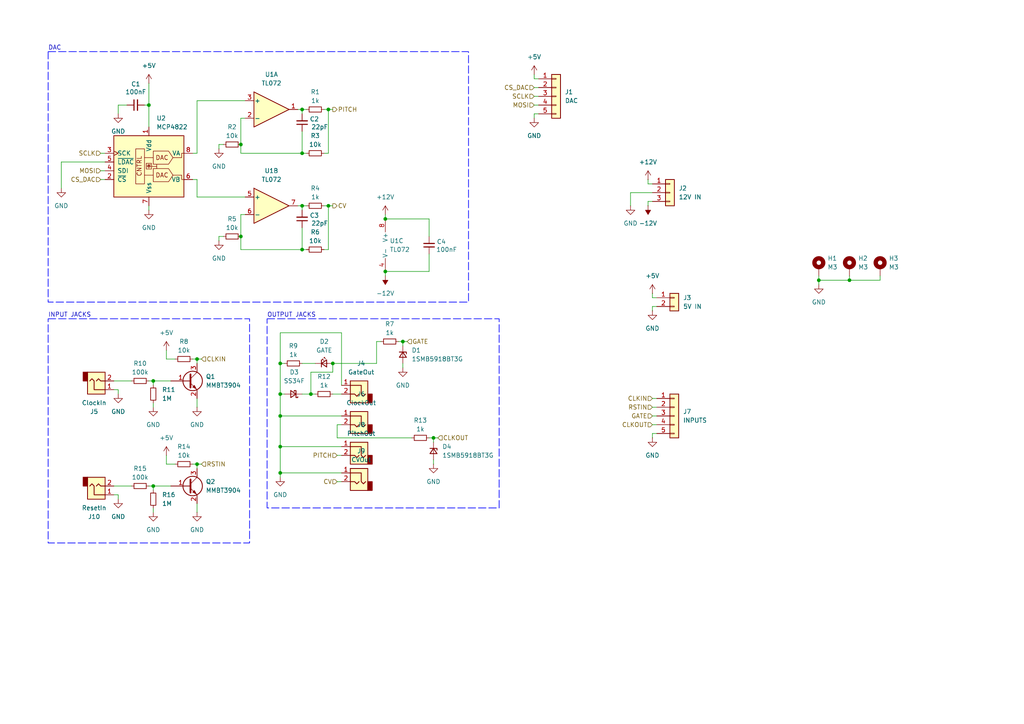
<source format=kicad_sch>
(kicad_sch (version 20231120) (generator "eeschema") (generator_version "8.0")
  (paper "A4")
  (lib_symbols
    (symbol "Amplifier_Operational:TL072" (pin_names (offset 0.127))
      (property "Reference" "U" (at 0 5.08 0))
      (property "Value" "TL072" (at 0 -5.08 0))
      (symbol "TL072_1_1"
        (polyline (pts (xy -5.08 5.08) (xy 5.08 0) (xy -5.08 -5.08) (xy -5.08 5.08)) (stroke (width 0.254)) (fill (type background)))
        (pin output line (at 7.62 0 180) (length 2.54) (name "~") (number "1"))
        (pin input line (at -7.62 -2.54 0) (length 2.54) (name "-") (number "2"))
        (pin input line (at -7.62 2.54 0) (length 2.54) (name "+") (number "3"))
      )
      (symbol "TL072_2_1"
        (polyline (pts (xy -5.08 5.08) (xy 5.08 0) (xy -5.08 -5.08) (xy -5.08 5.08)) (stroke (width 0.254)) (fill (type background)))
        (pin input line (at -7.62 2.54 0) (length 2.54) (name "+") (number "5"))
        (pin input line (at -7.62 -2.54 0) (length 2.54) (name "-") (number "6"))
        (pin output line (at 7.62 0 180) (length 2.54) (name "~") (number "7"))
      )
      (symbol "TL072_3_1"
        (pin power_in line (at -2.54 -7.62 90) (length 3.81) (name "V-") (number "4"))
        (pin power_in line (at -2.54 7.62 270) (length 3.81) (name "V+") (number "8"))
      )
    )
    (symbol "Analog_DAC:MCP4822" (pin_names (offset 1.016))
      (property "Reference" "U" (at -2.54 10.795 0))
      (property "Value" "MCP4822" (at -2.54 8.89 0))
      (symbol "MCP4822_0_0"
        (polyline (pts (xy 0 -1.778) (xy 0 -0.635)))
        (polyline (pts (xy 0.381 -0.889) (xy 0.508 -0.762)))
        (polyline (pts (xy 2.286 -1.143) (xy 2.286 -1.905)))
        (polyline (pts (xy 0.381 -0.889) (xy -0.381 -0.889) (xy -0.508 -1.016)))
        (polyline (pts (xy 0.762 -1.27) (xy 2.286 -1.27) (xy 2.286 -0.762)))
        (polyline (pts (xy 0 -0.889) (xy 0.508 -1.397) (xy -0.508 -1.397) (xy 0 -0.889)))
        (polyline (pts (xy 6.985 -3.81) (xy 9.525 -3.81) (xy 9.525 -5.08) (xy 10.16 -5.08)))
        (polyline (pts (xy 6.985 1.27) (xy 9.525 1.27) (xy 9.525 2.54) (xy 10.16 2.54)))
        (rectangle (start 0.762 -0.381) (end -0.762 -2.032))
        (text "CNTRL" (at -2.032 -4.191 900) (effects (font (size 1.27 1.27)) (justify left bottom)))
        (text "DAC" (at 3.81 -3.81 0) (effects (font (size 1.27 1.27))))
        (text "DAC" (at 3.81 1.27 0) (effects (font (size 1.27 1.27))))
      )
      (symbol "MCP4822_0_1"
        (rectangle (start -10.16 7.62) (end 10.16 -10.16) (stroke (width 0.254)) (fill (type background)))
        (rectangle (start -1.27 -6.35) (end -3.81 3.81))
        (polyline (pts (xy 1.27 -3.81) (xy -1.27 -3.81)))
        (polyline (pts (xy 1.27 1.27) (xy -1.27 1.27)))
        (polyline (pts (xy 6.985 -3.81) (xy 5.715 -1.905) (xy 1.27 -1.905) (xy 1.27 -5.715) (xy 5.715 -5.715) (xy 6.985 -3.81)))
        (polyline (pts (xy 6.985 1.27) (xy 5.715 3.175) (xy 1.27 3.175) (xy 1.27 -0.635) (xy 5.715 -0.635) (xy 6.985 1.27)))
      )
      (symbol "MCP4822_1_1"
        (pin power_in line (at 0 10.16 270) (length 2.54) (name "Vdd") (number "1"))
        (pin input line (at -12.7 -5.08 0) (length 2.54) (name "~{CS}") (number "2"))
        (pin input clock (at -12.7 2.54 0) (length 2.54) (name "SCK") (number "3"))
        (pin input line (at -12.7 -2.54 0) (length 2.54) (name "SDI") (number "4"))
        (pin input line (at -12.7 0 0) (length 2.54) (name "~{LDAC}") (number "5"))
        (pin output line (at 12.7 -5.08 180) (length 2.54) (name "VB") (number "6"))
        (pin power_in line (at 0 -12.7 90) (length 2.54) (name "Vss") (number "7"))
        (pin output line (at 12.7 2.54 180) (length 2.54) (name "VA") (number "8"))
      )
    )
    (symbol "Connector_Generic:Conn_01x02" (pin_names (offset 1.016) hide)
      (property "Reference" "J" (at 0 2.54 0))
      (property "Value" "Conn_01x02" (at 0 -5.08 0))
      (symbol "Conn_01x02_1_1"
        (rectangle (start -1.27 -2.413) (end 0 -2.667) (stroke (width 0.1524)))
        (rectangle (start -1.27 0.127) (end 0 -0.127) (stroke (width 0.1524)))
        (rectangle (start -1.27 1.27) (end 1.27 -3.81) (stroke (width 0.254)) (fill (type background)))
        (pin passive line (at -5.08 0 0) (length 3.81) (name "Pin_1") (number "1"))
        (pin passive line (at -5.08 -2.54 0) (length 3.81) (name "Pin_2") (number "2"))
      )
    )
    (symbol "Connector_Generic:Conn_01x03" (pin_names (offset 1.016) hide)
      (property "Reference" "J" (at 0 5.08 0))
      (property "Value" "Conn_01x03" (at 0 -5.08 0))
      (symbol "Conn_01x03_1_1"
        (rectangle (start -1.27 -2.413) (end 0 -2.667) (stroke (width 0.1524)))
        (rectangle (start -1.27 0.127) (end 0 -0.127) (stroke (width 0.1524)))
        (rectangle (start -1.27 2.667) (end 0 2.413) (stroke (width 0.1524)))
        (rectangle (start -1.27 3.81) (end 1.27 -3.81) (stroke (width 0.254)) (fill (type background)))
        (pin passive line (at -5.08 2.54 0) (length 3.81) (name "Pin_1") (number "1"))
        (pin passive line (at -5.08 0 0) (length 3.81) (name "Pin_2") (number "2"))
        (pin passive line (at -5.08 -2.54 0) (length 3.81) (name "Pin_3") (number "3"))
      )
    )
    (symbol "Connector_Generic:Conn_01x05" (pin_names (offset 1.016) hide)
      (property "Reference" "J" (at 0 7.62 0))
      (property "Value" "Conn_01x05" (at 0 -7.62 0))
      (symbol "Conn_01x05_1_1"
        (rectangle (start -1.27 -4.953) (end 0 -5.207) (stroke (width 0.1524)))
        (rectangle (start -1.27 -2.413) (end 0 -2.667) (stroke (width 0.1524)))
        (rectangle (start -1.27 0.127) (end 0 -0.127) (stroke (width 0.1524)))
        (rectangle (start -1.27 2.667) (end 0 2.413) (stroke (width 0.1524)))
        (rectangle (start -1.27 5.207) (end 0 4.953) (stroke (width 0.1524)))
        (rectangle (start -1.27 6.35) (end 1.27 -6.35) (stroke (width 0.254)) (fill (type background)))
        (pin passive line (at -5.08 5.08 0) (length 3.81) (name "Pin_1") (number "1"))
        (pin passive line (at -5.08 2.54 0) (length 3.81) (name "Pin_2") (number "2"))
        (pin passive line (at -5.08 0 0) (length 3.81) (name "Pin_3") (number "3"))
        (pin passive line (at -5.08 -2.54 0) (length 3.81) (name "Pin_4") (number "4"))
        (pin passive line (at -5.08 -5.08 0) (length 3.81) (name "Pin_5") (number "5"))
      )
    )
    (symbol "Device:C_Small" (pin_numbers hide) (pin_names (offset 0.254) hide)
      (property "Reference" "C" (at 0.254 1.778 0))
      (property "Value" "C_Small" (at 0.254 -2.032 0))
      (symbol "C_Small_0_1"
        (polyline (pts (xy -1.524 -0.508) (xy 1.524 -0.508)) (stroke (width 0.3302)))
        (polyline (pts (xy -1.524 0.508) (xy 1.524 0.508)) (stroke (width 0.3048)))
      )
      (symbol "C_Small_1_1"
        (pin passive line (at 0 2.54 270) (length 2.032) (name "~") (number "1"))
        (pin passive line (at 0 -2.54 90) (length 2.032) (name "~") (number "2"))
      )
    )
    (symbol "Device:D_Schottky_Small" (pin_numbers hide) (pin_names (offset 0.254) hide)
      (property "Reference" "D" (at -1.27 2.032 0))
      (property "Value" "D_Schottky_Small" (at -7.112 -2.032 0))
      (symbol "D_Schottky_Small_0_1"
        (polyline (pts (xy -0.762 0) (xy 0.762 0)))
        (polyline (pts (xy 0.762 -1.016) (xy -0.762 0) (xy 0.762 1.016) (xy 0.762 -1.016)) (stroke (width 0.254)))
        (polyline (pts (xy -1.27 0.762) (xy -1.27 1.016) (xy -0.762 1.016) (xy -0.762 -1.016) (xy -0.254 -1.016) (xy -0.254 -0.762)) (stroke (width 0.254)))
      )
      (symbol "D_Schottky_Small_1_1"
        (pin passive line (at -2.54 0 0) (length 1.778) (name "K") (number "1"))
        (pin passive line (at 2.54 0 180) (length 1.778) (name "A") (number "2"))
      )
    )
    (symbol "Device:D_Zener_Small" (pin_numbers hide) (pin_names (offset 0.254) hide)
      (property "Reference" "D" (at 0 2.286 0))
      (property "Value" "D_Zener_Small" (at 0 -2.286 0))
      (symbol "D_Zener_Small_0_1"
        (polyline (pts (xy 0.762 0) (xy -0.762 0)))
        (polyline (pts (xy -0.254 1.016) (xy -0.762 1.016) (xy -0.762 -1.016)) (stroke (width 0.254)))
        (polyline (pts (xy 0.762 1.016) (xy -0.762 0) (xy 0.762 -1.016) (xy 0.762 1.016)) (stroke (width 0.254)))
      )
      (symbol "D_Zener_Small_1_1"
        (pin passive line (at -2.54 0 0) (length 1.778) (name "K") (number "1"))
        (pin passive line (at 2.54 0 180) (length 1.778) (name "A") (number "2"))
      )
    )
    (symbol "Device:LED_Small" (pin_numbers hide) (pin_names (offset 0.254) hide)
      (property "Reference" "D" (at -1.27 3.175 0))
      (property "Value" "LED_Small" (at -4.445 -2.54 0))
      (symbol "LED_Small_0_1"
        (polyline (pts (xy -0.762 -1.016) (xy -0.762 1.016)) (stroke (width 0.254)))
        (polyline (pts (xy 1.016 0) (xy -0.762 0)))
        (polyline (pts (xy 0.762 -1.016) (xy -0.762 0) (xy 0.762 1.016) (xy 0.762 -1.016)) (stroke (width 0.254)))
        (polyline (pts (xy 0 0.762) (xy -0.508 1.27) (xy -0.254 1.27) (xy -0.508 1.27) (xy -0.508 1.016)))
        (polyline (pts (xy 0.508 1.27) (xy 0 1.778) (xy 0.254 1.778) (xy 0 1.778) (xy 0 1.524)))
      )
      (symbol "LED_Small_1_1"
        (pin passive line (at -2.54 0 0) (length 1.778) (name "K") (number "1"))
        (pin passive line (at 2.54 0 180) (length 1.778) (name "A") (number "2"))
      )
    )
    (symbol "Device:R_Small" (pin_numbers hide) (pin_names (offset 0.254) hide)
      (property "Reference" "R" (at 0.762 0.508 0))
      (property "Value" "R_Small" (at 0.762 -1.016 0))
      (symbol "R_Small_0_1"
        (rectangle (start -0.762 1.778) (end 0.762 -1.778) (stroke (width 0.2032)))
      )
      (symbol "R_Small_1_1"
        (pin passive line (at 0 2.54 270) (length 0.762) (name "~") (number "1"))
        (pin passive line (at 0 -2.54 90) (length 0.762) (name "~") (number "2"))
      )
    )
    (symbol "Mechanical:MountingHole_Pad" (pin_numbers hide) (pin_names (offset 1.016) hide) (exclude_from_sim yes) (in_bom no)
      (property "Reference" "H" (at 0 6.35 0))
      (property "Value" "MountingHole_Pad" (at 0 4.445 0))
      (symbol "MountingHole_Pad_0_1"
        (circle (center 0 1.27) (radius 1.27) (stroke (width 1.27)))
      )
      (symbol "MountingHole_Pad_1_1"
        (pin input line (at 0 -2.54 90) (length 2.54) (name "1") (number "1"))
      )
    )
    (symbol "Transistor_BJT:MMBT3904" (pin_names (offset 0) hide)
      (property "Reference" "Q" (at 5.08 1.905 0))
      (property "Value" "MMBT3904" (at 5.08 0 0))
      (symbol "MMBT3904_0_1"
        (polyline (pts (xy 0.635 0.635) (xy 2.54 2.54)))
        (polyline (pts (xy 0.635 -0.635) (xy 2.54 -2.54) (xy 2.54 -2.54)))
        (polyline (pts (xy 0.635 1.905) (xy 0.635 -1.905) (xy 0.635 -1.905)) (stroke (width 0.508)))
        (polyline (pts (xy 1.27 -1.778) (xy 1.778 -1.27) (xy 2.286 -2.286) (xy 1.27 -1.778) (xy 1.27 -1.778)) (fill (type outline)))
        (circle (center 1.27 0) (radius 2.8194) (stroke (width 0.254)))
      )
      (symbol "MMBT3904_1_1"
        (pin input line (at -5.08 0 0) (length 5.715) (name "B") (number "1"))
        (pin passive line (at 2.54 -5.08 90) (length 2.54) (name "E") (number "2"))
        (pin passive line (at 2.54 5.08 270) (length 2.54) (name "C") (number "3"))
      )
    )
    (symbol "audioJack_pinHeader:audioJack_pinHeader"
      (property "Reference" "J" (at 0 5.334 0))
      (property "Value" "audioJack" (at 0 3.048 0))
      (symbol "audioJack_pinHeader_0_1"
        (rectangle (start -3.81 -2.54) (end -2.54 -5.08) (stroke (width 0.254)) (fill (type outline)))
        (rectangle (start -2.54 1.27) (end 2.54 -5.08) (stroke (width 0.254)) (fill (type background)))
        (polyline (pts (xy 0 -2.54) (xy 0.635 -3.175) (xy 1.27 -2.54) (xy 2.54 -2.54)) (stroke (width 0.254)))
        (polyline (pts (xy 2.54 0) (xy -0.635 0) (xy -0.635 -2.54) (xy -1.27 -3.175) (xy -1.905 -2.54)) (stroke (width 0.254)))
      )
      (symbol "audioJack_pinHeader_1_1"
        (pin passive line (at 5.08 0 180) (length 2.54) (name "~") (number "1"))
        (pin passive line (at 5.08 -2.54 180) (length 2.54) (name "~") (number "2"))
      )
    )
    (symbol "power:+12V" (power) (pin_numbers hide) (pin_names (offset 0) hide)
      (property "Value" "+12V" (at 0 3.556 0))
      (symbol "+12V_0_1"
        (polyline (pts (xy -0.762 1.27) (xy 0 2.54)))
        (polyline (pts (xy 0 0) (xy 0 2.54)))
        (polyline (pts (xy 0 2.54) (xy 0.762 1.27)))
      )
      (symbol "+12V_1_1"
        (pin power_in line (at 0 0 90) (length 0) (name "~") (number "1"))
      )
    )
    (symbol "power:+5V" (power) (pin_numbers hide) (pin_names (offset 0) hide)
      (property "Value" "+5V" (at 0 3.556 0))
      (symbol "+5V_0_1"
        (polyline (pts (xy -0.762 1.27) (xy 0 2.54)))
        (polyline (pts (xy 0 0) (xy 0 2.54)))
        (polyline (pts (xy 0 2.54) (xy 0.762 1.27)))
      )
      (symbol "+5V_1_1"
        (pin power_in line (at 0 0 90) (length 0) (name "~") (number "1"))
      )
    )
    (symbol "power:-12V" (power) (pin_numbers hide) (pin_names (offset 0) hide)
      (property "Value" "-12V" (at 0 3.556 0))
      (symbol "-12V_0_0"
        (pin power_in line (at 0 0 90) (length 0) (name "~") (number "1"))
      )
      (symbol "-12V_0_1"
        (polyline (pts (xy 0 0) (xy 0 1.27) (xy 0.762 1.27) (xy 0 2.54) (xy -0.762 1.27) (xy 0 1.27)) (fill (type outline)))
      )
    )
    (symbol "power:GND" (power) (pin_numbers hide) (pin_names (offset 0) hide)
      (property "Value" "GND" (at 0 -3.81 0))
      (symbol "GND_0_1"
        (polyline (pts (xy 0 0) (xy 0 -1.27) (xy 1.27 -1.27) (xy 0 -2.54) (xy -1.27 -1.27) (xy 0 -1.27)))
      )
      (symbol "GND_1_1"
        (pin power_in line (at 0 0 270) (length 0) (name "~") (number "1"))
      )
    )
  )
  (junction (at 81.28 114.3))
  (junction (at 95.25 31.75))
  (junction (at 81.28 129.54))
  (junction (at 87.63 44.45))
  (junction (at 90.17 114.3))
  (junction (at 95.25 59.69))
  (junction (at 81.28 105.41))
  (junction (at 125.73 127))
  (junction (at 43.18 30.48))
  (junction (at 69.85 68.58))
  (junction (at 81.28 120.65))
  (junction (at 57.15 134.62))
  (junction (at 237.49 81.28))
  (junction (at 69.85 41.91))
  (junction (at 111.76 78.74))
  (junction (at 116.84 99.06))
  (junction (at 57.15 104.14))
  (junction (at 87.63 31.75))
  (junction (at 246.38 81.28))
  (junction (at 44.45 140.97))
  (junction (at 81.28 137.16))
  (junction (at 111.76 63.5))
  (junction (at 87.63 59.69))
  (junction (at 87.63 72.39))
  (junction (at 96.52 105.41))
  (junction (at 44.45 110.49))
  (wire (pts (xy 187.96 53.34) (xy 187.96 52.07)))
  (wire (pts (xy 63.5 68.58) (xy 64.77 68.58)))
  (wire (pts (xy 81.28 129.54) (xy 81.28 120.65)))
  (wire (pts (xy 29.21 44.45) (xy 30.48 44.45)))
  (wire (pts (xy 95.25 72.39) (xy 95.25 59.69)))
  (wire (pts (xy 55.88 104.14) (xy 57.15 104.14)))
  (wire (pts (xy 237.49 81.28) (xy 246.38 81.28)))
  (wire (pts (xy 30.48 46.99) (xy 17.78 46.99)))
  (wire (pts (xy 57.15 52.07) (xy 57.15 57.15)))
  (wire (pts (xy 81.28 96.52) (xy 81.28 105.41)))
  (wire (pts (xy 87.63 31.75) (xy 88.9 31.75)))
  (wire (pts (xy 190.5 86.36) (xy 189.23 86.36)))
  (wire (pts (xy 154.94 33.02) (xy 154.94 34.29)))
  (wire (pts (xy 81.28 105.41) (xy 81.28 114.3)))
  (wire (pts (xy 43.18 59.69) (xy 43.18 60.96)))
  (wire (pts (xy 187.96 59.69) (xy 187.96 58.42)))
  (wire (pts (xy 34.29 30.48) (xy 36.83 30.48)))
  (wire (pts (xy 69.85 68.58) (xy 69.85 72.39)))
  (wire (pts (xy 93.98 31.75) (xy 95.25 31.75)))
  (wire (pts (xy 82.55 105.41) (xy 81.28 105.41)))
  (wire (pts (xy 156.21 33.02) (xy 154.94 33.02)))
  (wire (pts (xy 57.15 146.05) (xy 57.15 148.59)))
  (wire (pts (xy 124.46 73.66) (xy 124.46 78.74)))
  (wire (pts (xy 97.79 132.08) (xy 99.06 132.08)))
  (wire (pts (xy 57.15 57.15) (xy 71.12 57.15)))
  (wire (pts (xy 93.98 44.45) (xy 95.25 44.45)))
  (wire (pts (xy 97.79 123.19) (xy 97.79 127)))
  (wire (pts (xy 44.45 140.97) (xy 49.53 140.97)))
  (wire (pts (xy 111.76 62.23) (xy 111.76 63.5)))
  (wire (pts (xy 97.79 127) (xy 119.38 127)))
  (wire (pts (xy 111.76 78.74) (xy 111.76 80.01)))
  (wire (pts (xy 57.15 29.21) (xy 71.12 29.21)))
  (wire (pts (xy 48.26 104.14) (xy 50.8 104.14)))
  (wire (pts (xy 116.84 99.06) (xy 118.11 99.06)))
  (wire (pts (xy 63.5 69.85) (xy 63.5 68.58)))
  (wire (pts (xy 125.73 128.27) (xy 125.73 127)))
  (wire (pts (xy 87.63 72.39) (xy 88.9 72.39)))
  (wire (pts (xy 81.28 114.3) (xy 82.55 114.3)))
  (wire (pts (xy 189.23 86.36) (xy 189.23 85.09)))
  (wire (pts (xy 154.94 30.48) (xy 156.21 30.48)))
  (wire (pts (xy 55.88 134.62) (xy 57.15 134.62)))
  (wire (pts (xy 43.18 110.49) (xy 44.45 110.49)))
  (wire (pts (xy 34.29 143.51) (xy 34.29 144.78)))
  (wire (pts (xy 124.46 63.5) (xy 111.76 63.5)))
  (wire (pts (xy 57.15 134.62) (xy 57.15 135.89)))
  (wire (pts (xy 189.23 118.11) (xy 190.5 118.11)))
  (wire (pts (xy 99.06 129.54) (xy 81.28 129.54)))
  (wire (pts (xy 87.63 105.41) (xy 91.44 105.41)))
  (wire (pts (xy 29.21 49.53) (xy 30.48 49.53)))
  (wire (pts (xy 87.63 31.75) (xy 87.63 33.02)))
  (wire (pts (xy 97.79 139.7) (xy 99.06 139.7)))
  (wire (pts (xy 57.15 115.57) (xy 57.15 118.11)))
  (wire (pts (xy 87.63 66.04) (xy 87.63 72.39)))
  (wire (pts (xy 154.94 25.4) (xy 156.21 25.4)))
  (wire (pts (xy 189.23 123.19) (xy 190.5 123.19)))
  (wire (pts (xy 237.49 80.01) (xy 237.49 81.28)))
  (wire (pts (xy 96.52 105.41) (xy 96.52 107.95)))
  (wire (pts (xy 86.36 59.69) (xy 87.63 59.69)))
  (wire (pts (xy 99.06 111.76) (xy 99.06 96.52)))
  (wire (pts (xy 190.5 88.9) (xy 189.23 88.9)))
  (wire (pts (xy 156.21 22.86) (xy 154.94 22.86)))
  (wire (pts (xy 57.15 104.14) (xy 57.15 105.41)))
  (wire (pts (xy 125.73 133.35) (xy 125.73 134.62)))
  (wire (pts (xy 110.49 99.06) (xy 109.22 99.06)))
  (wire (pts (xy 99.06 96.52) (xy 81.28 96.52)))
  (wire (pts (xy 154.94 27.94) (xy 156.21 27.94)))
  (wire (pts (xy 41.91 30.48) (xy 43.18 30.48)))
  (wire (pts (xy 87.63 38.1) (xy 87.63 44.45)))
  (wire (pts (xy 33.02 140.97) (xy 38.1 140.97)))
  (wire (pts (xy 187.96 58.42) (xy 189.23 58.42)))
  (wire (pts (xy 87.63 44.45) (xy 69.85 44.45)))
  (wire (pts (xy 48.26 132.08) (xy 48.26 134.62)))
  (wire (pts (xy 95.25 44.45) (xy 95.25 31.75)))
  (wire (pts (xy 246.38 81.28) (xy 255.27 81.28)))
  (wire (pts (xy 87.63 59.69) (xy 87.63 60.96)))
  (wire (pts (xy 96.52 105.41) (xy 109.22 105.41)))
  (wire (pts (xy 69.85 72.39) (xy 87.63 72.39)))
  (wire (pts (xy 55.88 44.45) (xy 57.15 44.45)))
  (wire (pts (xy 81.28 120.65) (xy 81.28 114.3)))
  (wire (pts (xy 189.23 125.73) (xy 189.23 127)))
  (wire (pts (xy 124.46 68.58) (xy 124.46 63.5)))
  (wire (pts (xy 111.76 78.74) (xy 124.46 78.74)))
  (wire (pts (xy 33.02 113.03) (xy 34.29 113.03)))
  (wire (pts (xy 189.23 55.88) (xy 182.88 55.88)))
  (wire (pts (xy 71.12 62.23) (xy 69.85 62.23)))
  (wire (pts (xy 44.45 110.49) (xy 49.53 110.49)))
  (wire (pts (xy 44.45 147.32) (xy 44.45 148.59)))
  (wire (pts (xy 48.26 101.6) (xy 48.26 104.14)))
  (wire (pts (xy 96.52 114.3) (xy 99.06 114.3)))
  (wire (pts (xy 189.23 120.65) (xy 190.5 120.65)))
  (wire (pts (xy 237.49 81.28) (xy 237.49 82.55)))
  (wire (pts (xy 81.28 137.16) (xy 81.28 129.54)))
  (wire (pts (xy 48.26 134.62) (xy 50.8 134.62)))
  (wire (pts (xy 90.17 114.3) (xy 91.44 114.3)))
  (wire (pts (xy 116.84 100.33) (xy 116.84 99.06)))
  (wire (pts (xy 43.18 30.48) (xy 43.18 24.13)))
  (wire (pts (xy 43.18 30.48) (xy 43.18 36.83)))
  (wire (pts (xy 43.18 140.97) (xy 44.45 140.97)))
  (wire (pts (xy 29.21 52.07) (xy 30.48 52.07)))
  (wire (pts (xy 90.17 107.95) (xy 90.17 114.3)))
  (wire (pts (xy 189.23 88.9) (xy 189.23 90.17)))
  (wire (pts (xy 69.85 44.45) (xy 69.85 41.91)))
  (wire (pts (xy 246.38 81.28) (xy 246.38 80.01)))
  (wire (pts (xy 255.27 80.01) (xy 255.27 81.28)))
  (wire (pts (xy 182.88 55.88) (xy 182.88 59.69)))
  (wire (pts (xy 55.88 52.07) (xy 57.15 52.07)))
  (wire (pts (xy 190.5 125.73) (xy 189.23 125.73)))
  (wire (pts (xy 116.84 99.06) (xy 115.57 99.06)))
  (wire (pts (xy 69.85 62.23) (xy 69.85 68.58)))
  (wire (pts (xy 44.45 116.84) (xy 44.45 118.11)))
  (wire (pts (xy 97.79 123.19) (xy 99.06 123.19)))
  (wire (pts (xy 17.78 46.99) (xy 17.78 54.61)))
  (wire (pts (xy 125.73 127) (xy 127 127)))
  (wire (pts (xy 33.02 110.49) (xy 38.1 110.49)))
  (wire (pts (xy 86.36 31.75) (xy 87.63 31.75)))
  (wire (pts (xy 116.84 105.41) (xy 116.84 106.68)))
  (wire (pts (xy 154.94 22.86) (xy 154.94 21.59)))
  (wire (pts (xy 57.15 134.62) (xy 58.42 134.62)))
  (wire (pts (xy 34.29 33.02) (xy 34.29 30.48)))
  (wire (pts (xy 88.9 44.45) (xy 87.63 44.45)))
  (wire (pts (xy 63.5 43.18) (xy 63.5 41.91)))
  (wire (pts (xy 87.63 114.3) (xy 90.17 114.3)))
  (wire (pts (xy 63.5 41.91) (xy 64.77 41.91)))
  (wire (pts (xy 93.98 72.39) (xy 95.25 72.39)))
  (wire (pts (xy 69.85 34.29) (xy 71.12 34.29)))
  (wire (pts (xy 93.98 59.69) (xy 95.25 59.69)))
  (wire (pts (xy 99.06 137.16) (xy 81.28 137.16)))
  (wire (pts (xy 125.73 127) (xy 124.46 127)))
  (wire (pts (xy 189.23 115.57) (xy 190.5 115.57)))
  (wire (pts (xy 109.22 99.06) (xy 109.22 105.41)))
  (wire (pts (xy 96.52 107.95) (xy 90.17 107.95)))
  (wire (pts (xy 69.85 41.91) (xy 69.85 34.29)))
  (wire (pts (xy 33.02 143.51) (xy 34.29 143.51)))
  (wire (pts (xy 99.06 120.65) (xy 81.28 120.65)))
  (wire (pts (xy 189.23 53.34) (xy 187.96 53.34)))
  (wire (pts (xy 44.45 140.97) (xy 44.45 142.24)))
  (wire (pts (xy 95.25 31.75) (xy 96.52 31.75)))
  (wire (pts (xy 44.45 110.49) (xy 44.45 111.76)))
  (wire (pts (xy 57.15 44.45) (xy 57.15 29.21)))
  (wire (pts (xy 57.15 104.14) (xy 58.42 104.14)))
  (wire (pts (xy 81.28 137.16) (xy 81.28 138.43)))
  (wire (pts (xy 87.63 59.69) (xy 88.9 59.69)))
  (wire (pts (xy 95.25 59.69) (xy 96.52 59.69)))
  (wire (pts (xy 34.29 113.03) (xy 34.29 114.3)))
  (rectangle (start 77.47 92.456) (end 144.78 147.32) (stroke (width 0.2) (type dash) (color 0 0 255 1)))
  (rectangle (start 13.97 14.986) (end 135.89 87.63) (stroke (width 0.2) (type dash) (color 0 0 255 1)))
  (rectangle (start 13.97 92.456) (end 72.39 157.48) (stroke (width 0.2) (type dash) (color 0 0 255 1)))
  (text "DAC" (at 13.97 13.97 0) (effects (font (size 1.27 1.27)) (justify left)))
  (text "INPUT JACKS" (at 13.97 91.44 0) (effects (font (size 1.27 1.27)) (justify left)))
  (text "OUTPUT JACKS" (at 77.47 91.44 0) (effects (font (size 1.27 1.27)) (justify left)))
  (hierarchical_label "MOSI" (shape input) (at 154.94 30.48 180))
  (hierarchical_label "PITCH" (shape input) (at 97.79 132.08 180))
  (hierarchical_label "CS_DAC" (shape input) (at 154.94 25.4 180))
  (hierarchical_label "CLKIN" (shape input) (at 189.23 115.57 180))
  (hierarchical_label "CV" (shape input) (at 97.79 139.7 180))
  (hierarchical_label "GATE" (shape input) (at 118.11 99.06 0))
  (hierarchical_label "CV" (shape output) (at 96.52 59.69 0))
  (hierarchical_label "SCLK" (shape input) (at 154.94 27.94 180))
  (hierarchical_label "CLKOUT" (shape input) (at 189.23 123.19 180))
  (hierarchical_label "MOSI" (shape input) (at 29.21 49.53 180))
  (hierarchical_label "CLKIN" (shape input) (at 58.42 104.14 0))
  (hierarchical_label "GATE" (shape input) (at 189.23 120.65 180))
  (hierarchical_label "PITCH" (shape output) (at 96.52 31.75 0))
  (hierarchical_label "SCLK" (shape input) (at 29.21 44.45 180))
  (hierarchical_label "CLKOUT" (shape input) (at 127 127 0))
  (hierarchical_label "RSTIN" (shape input) (at 58.42 134.62 0))
  (hierarchical_label "CS_DAC" (shape input) (at 29.21 52.07 180))
  (hierarchical_label "RSTIN" (shape input) (at 189.23 118.11 180))
  (symbol (lib_id "Device:D_Schottky_Small") (at 85.09 114.3 180) (unit 1)
    (property "Reference" "D3" (at 85.344 107.95 0))
    (property "Value" "SS34F" (at 85.344 110.49 0))
    (property "Footprint" "Diode_SMD:D_SMA_Handsoldering" (effects (hide yes)))
    (property "Description" "Schottky diode, small symbol" (effects (hide yes)))
  )
  (symbol (lib_id "Device:R_Small") (at 67.31 41.91 90) (unit 1)
    (property "Reference" "R2" (at 67.31 36.83 90))
    (property "Value" "10k" (at 67.31 39.37 90))
    (property "Footprint" "Resistor_SMD:R_0603_1608Metric_Pad0.98x0.95mm_HandSolder" (effects (hide yes)))
    (property "Description" "Resistor, small symbol" (effects (hide yes)))
  )
  (symbol (lib_id "Transistor_BJT:MMBT3904") (at 54.61 110.49 0) (unit 1)
    (property "Reference" "Q1" (at 59.69 109.2199 0) (effects (justify left)))
    (property "Value" "MMBT3904" (at 59.69 111.7599 0) (effects (justify left)))
    (property "Footprint" "Package_TO_SOT_SMD:SOT-23" (effects (hide yes)))
    (property "Datasheet" "https://www.onsemi.com/pdf/datasheet/pzt3904-d.pdf" (effects (hide yes)))
    (property "Description" "0.2A Ic, 40V Vce, Small Signal NPN Transistor, SOT-23" (effects (hide yes)))
  )
  (symbol (lib_id "power:GND") (at 189.23 90.17 0) (unit 1)
    (property "Reference" "#PWR016" (effects (hide yes)))
    (property "Value" "GND" (at 189.23 95.25 0))
    (property "Description" "Power symbol creates a global label with name \"GND\" , ground" (effects (hide yes)))
  )
  (symbol (lib_id "Connector_Generic:Conn_01x02") (at 195.58 86.36 0) (unit 1)
    (property "Reference" "J3" (at 198.12 86.3599 0) (effects (justify left)))
    (property "Value" "5V IN" (at 198.12 88.8999 0) (effects (justify left)))
    (property "Footprint" "Connector_PinHeader_2.54mm:PinHeader_1x02_P2.54mm_Vertical" (effects (hide yes)))
    (property "Description" "Generic connector, single row, 01x02, script generated (kicad-library-utils/schlib/autogen/connector/)" (effects (hide yes)))
  )
  (symbol (lib_id "Device:R_Small") (at 53.34 104.14 270) (unit 1)
    (property "Reference" "R8" (at 53.34 99.06 90))
    (property "Value" "10k" (at 53.34 101.6 90))
    (property "Footprint" "Resistor_SMD:R_0603_1608Metric_Pad0.98x0.95mm_HandSolder" (effects (hide yes)))
    (property "Description" "Resistor, small symbol" (effects (hide yes)))
  )
  (symbol (lib_id "Device:R_Small") (at 91.44 59.69 90) (unit 1)
    (property "Reference" "R4" (at 91.44 54.61 90))
    (property "Value" "1k" (at 91.44 57.15 90))
    (property "Footprint" "Resistor_SMD:R_0603_1608Metric_Pad0.98x0.95mm_HandSolder" (effects (hide yes)))
    (property "Description" "Resistor, small symbol" (effects (hide yes)))
  )
  (symbol (lib_id "Device:R_Small") (at 121.92 127 90) (unit 1)
    (property "Reference" "R13" (at 121.92 121.92 90))
    (property "Value" "1k" (at 121.92 124.46 90))
    (property "Footprint" "Resistor_SMD:R_0603_1608Metric_Pad0.98x0.95mm_HandSolder" (effects (hide yes)))
    (property "Description" "Resistor, small symbol" (effects (hide yes)))
  )
  (symbol (lib_id "power:+12V") (at 111.76 62.23 0) (unit 1)
    (property "Reference" "#PWR011" (effects (hide yes)))
    (property "Value" "+12V" (at 111.76 57.15 0))
    (property "Description" "Power symbol creates a global label with name \"+12V\"" (effects (hide yes)))
  )
  (symbol (lib_id "audioJack_pinHeader:audioJack_pinHeader") (at 104.14 129.54 0) (mirror y) (unit 1)
    (property "Reference" "J8" (at 104.775 123.19 0))
    (property "Value" "PitchOut" (at 104.775 125.73 0))
    (property "Footprint" "Connector_PinHeader_2.54mm:PinHeader_1x02_P2.54mm_Vertical" (effects (hide yes)))
  )
  (symbol (lib_id "power:GND") (at 57.15 118.11 0) (unit 1)
    (property "Reference" "#PWR021" (effects (hide yes)))
    (property "Value" "GND" (at 57.15 123.19 0))
    (property "Description" "Power symbol creates a global label with name \"GND\" , ground" (effects (hide yes)))
  )
  (symbol (lib_id "Device:LED_Small") (at 93.98 105.41 0) (unit 1)
    (property "Reference" "D2" (at 94.0435 99.06 0))
    (property "Value" "GATE" (at 94.0435 101.6 0))
    (property "Footprint" "LED_THT:LED_D3.0mm_FlatTop" (effects (hide yes)))
    (property "Description" "Light emitting diode, small symbol" (effects (hide yes)))
  )
  (symbol (lib_id "power:GND") (at 182.88 59.69 0) (unit 1)
    (property "Reference" "#PWR08" (effects (hide yes)))
    (property "Value" "GND" (at 182.88 64.77 0))
    (property "Description" "Power symbol creates a global label with name \"GND\" , ground" (effects (hide yes)))
  )
  (symbol (lib_id "Device:R_Small") (at 91.44 44.45 90) (unit 1)
    (property "Reference" "R3" (at 91.44 39.37 90))
    (property "Value" "10k" (at 91.44 41.91 90))
    (property "Footprint" "Resistor_SMD:R_0603_1608Metric_Pad0.98x0.95mm_HandSolder" (effects (hide yes)))
    (property "Description" "Resistor, small symbol" (effects (hide yes)))
  )
  (symbol (lib_id "power:GND") (at 34.29 144.78 0) (unit 1)
    (property "Reference" "#PWR026" (effects (hide yes)))
    (property "Value" "GND" (at 34.29 149.86 0))
    (property "Description" "Power symbol creates a global label with name \"GND\" , ground" (effects (hide yes)))
  )
  (symbol (lib_id "audioJack_pinHeader:audioJack_pinHeader") (at 104.14 137.16 0) (mirror y) (unit 1)
    (property "Reference" "J9" (at 104.775 130.81 0))
    (property "Value" "CVOut" (at 104.775 133.35 0))
    (property "Footprint" "Connector_PinHeader_2.54mm:PinHeader_1x02_P2.54mm_Vertical" (effects (hide yes)))
  )
  (symbol (lib_id "Device:C_Small") (at 39.37 30.48 90) (unit 1)
    (property "Reference" "C1" (at 39.37 24.384 90))
    (property "Value" "100nF" (at 39.3763 26.67 90))
    (property "Footprint" "Capacitor_SMD:C_0603_1608Metric_Pad1.08x0.95mm_HandSolder" (effects (hide yes)))
    (property "Description" "Unpolarized capacitor, small symbol" (effects (hide yes)))
  )
  (symbol (lib_id "audioJack_pinHeader:audioJack_pinHeader") (at 27.94 113.03 0) (mirror x) (unit 1)
    (property "Reference" "J5" (at 27.305 119.38 0))
    (property "Value" "ClockIn" (at 27.305 116.84 0))
    (property "Footprint" "Connector_PinHeader_2.54mm:PinHeader_1x02_P2.54mm_Vertical" (effects (hide yes)))
  )
  (symbol (lib_id "Amplifier_Operational:TL072") (at 78.74 59.69 0) (unit 2)
    (property "Reference" "U1" (at 78.74 49.53 0))
    (property "Value" "TL072" (at 78.74 52.07 0))
    (property "Footprint" "Package_DIP:DIP-8_W7.62mm_LongPads" (effects (hide yes)))
    (property "Datasheet" "http://www.ti.com/lit/ds/symlink/tl071.pdf" (effects (hide yes)))
    (property "Description" "Dual Low-Noise JFET-Input Operational Amplifiers, DIP-8/SOIC-8" (effects (hide yes)))
  )
  (symbol (lib_id "Connector_Generic:Conn_01x03") (at 194.31 55.88 0) (unit 1)
    (property "Reference" "J2" (at 196.85 54.6099 0) (effects (justify left)))
    (property "Value" "12V IN" (at 196.85 57.1499 0) (effects (justify left)))
    (property "Footprint" "Connector_PinHeader_2.54mm:PinHeader_1x03_P2.54mm_Vertical" (effects (hide yes)))
    (property "Description" "Generic connector, single row, 01x03, script generated (kicad-library-utils/schlib/autogen/connector/)" (effects (hide yes)))
  )
  (symbol (lib_id "Device:R_Small") (at 44.45 114.3 180) (unit 1)
    (property "Reference" "R11" (at 46.99 113.0299 0) (effects (justify right)))
    (property "Value" "1M" (at 46.99 115.5699 0) (effects (justify right)))
    (property "Footprint" "Resistor_SMD:R_0603_1608Metric_Pad0.98x0.95mm_HandSolder" (effects (hide yes)))
    (property "Description" "Resistor, small symbol" (effects (hide yes)))
  )
  (symbol (lib_id "Device:R_Small") (at 113.03 99.06 90) (unit 1)
    (property "Reference" "R7" (at 113.03 93.98 90))
    (property "Value" "1k" (at 113.03 96.52 90))
    (property "Footprint" "Resistor_SMD:R_0603_1608Metric_Pad0.98x0.95mm_HandSolder" (effects (hide yes)))
    (property "Description" "Resistor, small symbol" (effects (hide yes)))
  )
  (symbol (lib_id "Device:R_Small") (at 67.31 68.58 90) (unit 1)
    (property "Reference" "R5" (at 67.31 63.5 90))
    (property "Value" "10k" (at 67.31 66.04 90))
    (property "Footprint" "Resistor_SMD:R_0603_1608Metric_Pad0.98x0.95mm_HandSolder" (effects (hide yes)))
    (property "Description" "Resistor, small symbol" (effects (hide yes)))
  )
  (symbol (lib_id "Device:C_Small") (at 87.63 63.5 180) (unit 1)
    (property "Reference" "C3" (at 91.186 62.484 0))
    (property "Value" "22pF" (at 92.71 64.77 0))
    (property "Footprint" "Capacitor_SMD:C_0603_1608Metric_Pad1.08x0.95mm_HandSolder" (effects (hide yes)))
    (property "Description" "Unpolarized capacitor, small symbol" (effects (hide yes)))
  )
  (symbol (lib_id "power:GND") (at 154.94 34.29 0) (unit 1)
    (property "Reference" "#PWR04" (effects (hide yes)))
    (property "Value" "GND" (at 154.94 39.37 0))
    (property "Description" "Power symbol creates a global label with name \"GND\" , ground" (effects (hide yes)))
  )
  (symbol (lib_id "power:+5V") (at 189.23 85.09 0) (unit 1)
    (property "Reference" "#PWR015" (effects (hide yes)))
    (property "Value" "+5V" (at 189.23 80.01 0))
    (property "Description" "Power symbol creates a global label with name \"+5V\"" (effects (hide yes)))
  )
  (symbol (lib_id "Device:R_Small") (at 93.98 114.3 90) (unit 1)
    (property "Reference" "R12" (at 93.98 109.22 90))
    (property "Value" "1k" (at 93.98 111.76 90))
    (property "Footprint" "Resistor_SMD:R_0603_1608Metric_Pad0.98x0.95mm_HandSolder" (effects (hide yes)))
    (property "Description" "Resistor, small symbol" (effects (hide yes)))
  )
  (symbol (lib_id "power:GND") (at 63.5 69.85 0) (unit 1)
    (property "Reference" "#PWR012" (effects (hide yes)))
    (property "Value" "GND" (at 63.5 74.93 0))
    (property "Description" "Power symbol creates a global label with name \"GND\" , ground" (effects (hide yes)))
  )
  (symbol (lib_id "power:GND") (at 237.49 82.55 0) (unit 1)
    (property "Reference" "#PWR014" (effects (hide yes)))
    (property "Value" "GND" (at 237.49 87.63 0))
    (property "Description" "Power symbol creates a global label with name \"GND\" , ground" (effects (hide yes)))
  )
  (symbol (lib_id "power:GND") (at 189.23 127 0) (unit 1)
    (property "Reference" "#PWR022" (effects (hide yes)))
    (property "Value" "GND" (at 189.23 132.08 0))
    (property "Description" "Power symbol creates a global label with name \"GND\" , ground" (effects (hide yes)))
  )
  (symbol (lib_id "power:GND") (at 34.29 33.02 0) (unit 1)
    (property "Reference" "#PWR03" (effects (hide yes)))
    (property "Value" "GND" (at 34.29 38.1 0))
    (property "Description" "Power symbol creates a global label with name \"GND\" , ground" (effects (hide yes)))
  )
  (symbol (lib_id "audioJack_pinHeader:audioJack_pinHeader") (at 27.94 143.51 0) (mirror x) (unit 1)
    (property "Reference" "J10" (at 27.305 149.86 0))
    (property "Value" "ResetIn" (at 27.305 147.32 0))
    (property "Footprint" "Connector_PinHeader_2.54mm:PinHeader_1x02_P2.54mm_Vertical" (effects (hide yes)))
  )
  (symbol (lib_id "power:+5V") (at 48.26 101.6 0) (unit 1)
    (property "Reference" "#PWR017" (effects (hide yes)))
    (property "Value" "+5V" (at 48.26 96.52 0))
    (property "Description" "Power symbol creates a global label with name \"+5V\"" (effects (hide yes)))
  )
  (symbol (lib_id "power:GND") (at 57.15 148.59 0) (unit 1)
    (property "Reference" "#PWR028" (effects (hide yes)))
    (property "Value" "GND" (at 57.15 153.67 0))
    (property "Description" "Power symbol creates a global label with name \"GND\" , ground" (effects (hide yes)))
  )
  (symbol (lib_id "power:GND") (at 44.45 118.11 0) (unit 1)
    (property "Reference" "#PWR020" (effects (hide yes)))
    (property "Value" "GND" (at 44.45 123.19 0))
    (property "Description" "Power symbol creates a global label with name \"GND\" , ground" (effects (hide yes)))
  )
  (symbol (lib_id "Amplifier_Operational:TL072") (at 114.3 71.12 0) (unit 3)
    (property "Reference" "U1" (at 113.03 69.8499 0) (effects (justify left)))
    (property "Value" "TL072" (at 113.03 72.3899 0) (effects (justify left)))
    (property "Footprint" "Package_DIP:DIP-8_W7.62mm_LongPads" (effects (hide yes)))
    (property "Datasheet" "http://www.ti.com/lit/ds/symlink/tl071.pdf" (effects (hide yes)))
    (property "Description" "Dual Low-Noise JFET-Input Operational Amplifiers, DIP-8/SOIC-8" (effects (hide yes)))
  )
  (symbol (lib_id "Device:R_Small") (at 40.64 110.49 90) (unit 1)
    (property "Reference" "R10" (at 40.64 105.41 90))
    (property "Value" "100k" (at 40.64 107.95 90))
    (property "Footprint" "Resistor_SMD:R_0603_1608Metric_Pad0.98x0.95mm_HandSolder" (effects (hide yes)))
    (property "Description" "Resistor, small symbol" (effects (hide yes)))
  )
  (symbol (lib_id "Analog_DAC:MCP4822") (at 43.18 46.99 0) (unit 1)
    (property "Reference" "U2" (at 45.3741 34.29 0) (effects (justify left)))
    (property "Value" "MCP4822" (at 45.3741 36.83 0) (effects (justify left)))
    (property "Footprint" "Package_DIP:DIP-8_W7.62mm_LongPads" (effects (hide yes)))
    (property "Datasheet" "http://ww1.microchip.com/downloads/en/DeviceDoc/20002249B.pdf" (effects (hide yes)))
    (property "Description" "2-Channel 12-Bit D/A Converters with SPI Interface and Internal Reference (2.048V)" (effects (hide yes)))
  )
  (symbol (lib_id "Device:C_Small") (at 87.63 35.56 180) (unit 1)
    (property "Reference" "C2" (at 91.186 34.544 0))
    (property "Value" "22pF" (at 92.71 36.83 0))
    (property "Footprint" "Capacitor_SMD:C_0603_1608Metric_Pad1.08x0.95mm_HandSolder" (effects (hide yes)))
    (property "Description" "Unpolarized capacitor, small symbol" (effects (hide yes)))
  )
  (symbol (lib_id "Device:R_Small") (at 91.44 72.39 90) (unit 1)
    (property "Reference" "R6" (at 91.44 67.31 90))
    (property "Value" "10k" (at 91.44 69.85 90))
    (property "Footprint" "Resistor_SMD:R_0603_1608Metric_Pad0.98x0.95mm_HandSolder" (effects (hide yes)))
    (property "Description" "Resistor, small symbol" (effects (hide yes)))
  )
  (symbol (lib_id "Transistor_BJT:MMBT3904") (at 54.61 140.97 0) (unit 1)
    (property "Reference" "Q2" (at 59.69 139.6999 0) (effects (justify left)))
    (property "Value" "MMBT3904" (at 59.69 142.2399 0) (effects (justify left)))
    (property "Footprint" "Package_TO_SOT_SMD:SOT-23" (effects (hide yes)))
    (property "Datasheet" "https://www.onsemi.com/pdf/datasheet/pzt3904-d.pdf" (effects (hide yes)))
    (property "Description" "0.2A Ic, 40V Vce, Small Signal NPN Transistor, SOT-23" (effects (hide yes)))
  )
  (symbol (lib_id "Device:R_Small") (at 44.45 144.78 180) (unit 1)
    (property "Reference" "R16" (at 46.99 143.5099 0) (effects (justify right)))
    (property "Value" "1M" (at 46.99 146.0499 0) (effects (justify right)))
    (property "Footprint" "Resistor_SMD:R_0603_1608Metric_Pad0.98x0.95mm_HandSolder" (effects (hide yes)))
    (property "Description" "Resistor, small symbol" (effects (hide yes)))
  )
  (symbol (lib_id "power:+12V") (at 187.96 52.07 0) (unit 1)
    (property "Reference" "#PWR06" (effects (hide yes)))
    (property "Value" "+12V" (at 187.96 46.99 0))
    (property "Description" "Power symbol creates a global label with name \"+12V\"" (effects (hide yes)))
  )
  (symbol (lib_id "Device:R_Small") (at 53.34 134.62 270) (unit 1)
    (property "Reference" "R14" (at 53.34 129.54 90))
    (property "Value" "10k" (at 53.34 132.08 90))
    (property "Footprint" "Resistor_SMD:R_0603_1608Metric_Pad0.98x0.95mm_HandSolder" (effects (hide yes)))
    (property "Description" "Resistor, small symbol" (effects (hide yes)))
  )
  (symbol (lib_id "power:GND") (at 125.73 134.62 0) (unit 1)
    (property "Reference" "#PWR024" (effects (hide yes)))
    (property "Value" "GND" (at 125.73 139.7 0))
    (property "Description" "Power symbol creates a global label with name \"GND\" , ground" (effects (hide yes)))
  )
  (symbol (lib_id "audioJack_pinHeader:audioJack_pinHeader") (at 104.14 111.76 0) (mirror y) (unit 1)
    (property "Reference" "J4" (at 104.775 105.41 0))
    (property "Value" "GateOut" (at 104.775 107.95 0))
    (property "Footprint" "Connector_PinHeader_2.54mm:PinHeader_1x02_P2.54mm_Vertical" (effects (hide yes)))
  )
  (symbol (lib_id "Device:D_Zener_Small") (at 125.73 130.81 270) (unit 1)
    (property "Reference" "D4" (at 128.27 129.5399 90) (effects (justify left)))
    (property "Value" "1SMB5918BT3G" (at 128.27 132.0799 90) (effects (justify left)))
    (property "Footprint" "Diode_SMD:D_SMB_Handsoldering" (effects (hide yes)))
    (property "Description" "Zener diode, small symbol" (effects (hide yes)))
  )
  (symbol (lib_id "power:-12V") (at 187.96 59.69 180) (unit 1)
    (property "Reference" "#PWR09" (effects (hide yes)))
    (property "Value" "-12V" (at 187.96 64.77 0))
    (property "Description" "Power symbol creates a global label with name \"-12V\"" (effects (hide yes)))
  )
  (symbol (lib_id "Mechanical:MountingHole_Pad") (at 246.38 77.47 0) (unit 1) (exclude_from_sim yes) (in_bom no)
    (property "Reference" "H2" (at 248.92 74.9299 0) (effects (justify left)))
    (property "Value" "M3" (at 248.92 77.4699 0) (effects (justify left)))
    (property "Footprint" "MountingHole:MountingHole_3.2mm_M3_DIN965_Pad" (effects (hide yes)))
    (property "Description" "Mounting Hole with connection" (effects (hide yes)))
  )
  (symbol (lib_id "Device:C_Small") (at 124.46 71.12 180) (unit 1)
    (property "Reference" "C4" (at 128.016 70.104 0))
    (property "Value" "100nF" (at 129.54 72.39 0))
    (property "Footprint" "Capacitor_SMD:C_0603_1608Metric_Pad1.08x0.95mm_HandSolder" (effects (hide yes)))
    (property "Description" "Unpolarized capacitor, small symbol" (effects (hide yes)))
  )
  (symbol (lib_id "Device:R_Small") (at 85.09 105.41 90) (unit 1)
    (property "Reference" "R9" (at 85.09 100.33 90))
    (property "Value" "1k" (at 85.09 102.87 90))
    (property "Footprint" "Resistor_SMD:R_0603_1608Metric_Pad0.98x0.95mm_HandSolder" (effects (hide yes)))
    (property "Description" "Resistor, small symbol" (effects (hide yes)))
  )
  (symbol (lib_id "power:GND") (at 63.5 43.18 0) (unit 1)
    (property "Reference" "#PWR05" (effects (hide yes)))
    (property "Value" "GND" (at 63.5 48.26 0))
    (property "Description" "Power symbol creates a global label with name \"GND\" , ground" (effects (hide yes)))
  )
  (symbol (lib_id "power:GND") (at 17.78 54.61 0) (unit 1)
    (property "Reference" "#PWR07" (effects (hide yes)))
    (property "Value" "GND" (at 17.78 59.69 0))
    (property "Description" "Power symbol creates a global label with name \"GND\" , ground" (effects (hide yes)))
  )
  (symbol (lib_id "power:GND") (at 34.29 114.3 0) (unit 1)
    (property "Reference" "#PWR019" (effects (hide yes)))
    (property "Value" "GND" (at 34.29 119.38 0))
    (property "Description" "Power symbol creates a global label with name \"GND\" , ground" (effects (hide yes)))
  )
  (symbol (lib_id "Mechanical:MountingHole_Pad") (at 237.49 77.47 0) (unit 1) (exclude_from_sim yes) (in_bom no)
    (property "Reference" "H1" (at 240.03 74.9299 0) (effects (justify left)))
    (property "Value" "M3" (at 240.03 77.4699 0) (effects (justify left)))
    (property "Footprint" "MountingHole:MountingHole_3.2mm_M3_DIN965_Pad" (effects (hide yes)))
    (property "Description" "Mounting Hole with connection" (effects (hide yes)))
  )
  (symbol (lib_id "Mechanical:MountingHole_Pad") (at 255.27 77.47 0) (unit 1) (exclude_from_sim yes) (in_bom no)
    (property "Reference" "H3" (at 257.81 74.9299 0) (effects (justify left)))
    (property "Value" "M3" (at 257.81 77.4699 0) (effects (justify left)))
    (property "Footprint" "MountingHole:MountingHole_3.2mm_M3_DIN965_Pad" (effects (hide yes)))
    (property "Description" "Mounting Hole with connection" (effects (hide yes)))
  )
  (symbol (lib_id "Connector_Generic:Conn_01x05") (at 195.58 120.65 0) (unit 1)
    (property "Reference" "J7" (at 198.12 119.3799 0) (effects (justify left)))
    (property "Value" "INPUTS" (at 198.12 121.9199 0) (effects (justify left)))
    (property "Footprint" "Connector_PinHeader_2.54mm:PinHeader_1x05_P2.54mm_Vertical" (effects (hide yes)))
    (property "Description" "Generic connector, single row, 01x05, script generated (kicad-library-utils/schlib/autogen/connector/)" (effects (hide yes)))
  )
  (symbol (lib_id "Device:R_Small") (at 91.44 31.75 90) (unit 1)
    (property "Reference" "R1" (at 91.44 26.67 90))
    (property "Value" "1k" (at 91.44 29.21 90))
    (property "Footprint" "Resistor_SMD:R_0603_1608Metric_Pad0.98x0.95mm_HandSolder" (effects (hide yes)))
    (property "Description" "Resistor, small symbol" (effects (hide yes)))
  )
  (symbol (lib_id "Device:R_Small") (at 40.64 140.97 90) (unit 1)
    (property "Reference" "R15" (at 40.64 135.89 90))
    (property "Value" "100k" (at 40.64 138.43 90))
    (property "Footprint" "Resistor_SMD:R_0603_1608Metric_Pad0.98x0.95mm_HandSolder" (effects (hide yes)))
    (property "Description" "Resistor, small symbol" (effects (hide yes)))
  )
  (symbol (lib_id "power:-12V") (at 111.76 80.01 180) (unit 1)
    (property "Reference" "#PWR013" (effects (hide yes)))
    (property "Value" "-12V" (at 111.76 85.09 0))
    (property "Description" "Power symbol creates a global label with name \"-12V\"" (effects (hide yes)))
  )
  (symbol (lib_id "power:GND") (at 116.84 106.68 0) (unit 1)
    (property "Reference" "#PWR018" (effects (hide yes)))
    (property "Value" "GND" (at 116.84 111.76 0))
    (property "Description" "Power symbol creates a global label with name \"GND\" , ground" (effects (hide yes)))
  )
  (symbol (lib_id "power:+5V") (at 43.18 24.13 0) (unit 1)
    (property "Reference" "#PWR02" (effects (hide yes)))
    (property "Value" "+5V" (at 43.18 19.05 0))
    (property "Description" "Power symbol creates a global label with name \"+5V\"" (effects (hide yes)))
  )
  (symbol (lib_id "power:+5V") (at 154.94 21.59 0) (unit 1)
    (property "Reference" "#PWR01" (effects (hide yes)))
    (property "Value" "+5V" (at 154.94 16.51 0))
    (property "Description" "Power symbol creates a global label with name \"+5V\"" (effects (hide yes)))
  )
  (symbol (lib_id "Device:D_Zener_Small") (at 116.84 102.87 270) (unit 1)
    (property "Reference" "D1" (at 119.38 101.5999 90) (effects (justify left)))
    (property "Value" "1SMB5918BT3G" (at 119.38 104.1399 90) (effects (justify left)))
    (property "Footprint" "Diode_SMD:D_SMB_Handsoldering" (effects (hide yes)))
    (property "Description" "Zener diode, small symbol" (effects (hide yes)))
  )
  (symbol (lib_id "Amplifier_Operational:TL072") (at 78.74 31.75 0) (unit 1)
    (property "Reference" "U1" (at 78.74 21.59 0))
    (property "Value" "TL072" (at 78.74 24.13 0))
    (property "Footprint" "Package_DIP:DIP-8_W7.62mm_LongPads" (effects (hide yes)))
    (property "Datasheet" "http://www.ti.com/lit/ds/symlink/tl071.pdf" (effects (hide yes)))
    (property "Description" "Dual Low-Noise JFET-Input Operational Amplifiers, DIP-8/SOIC-8" (effects (hide yes)))
  )
  (symbol (lib_id "power:GND") (at 44.45 148.59 0) (unit 1)
    (property "Reference" "#PWR027" (effects (hide yes)))
    (property "Value" "GND" (at 44.45 153.67 0))
    (property "Description" "Power symbol creates a global label with name \"GND\" , ground" (effects (hide yes)))
  )
  (symbol (lib_id "Connector_Generic:Conn_01x05") (at 161.29 27.94 0) (unit 1)
    (property "Reference" "J1" (at 163.83 26.6699 0) (effects (justify left)))
    (property "Value" "DAC" (at 163.83 29.2099 0) (effects (justify left)))
    (property "Footprint" "Connector_PinHeader_2.54mm:PinHeader_1x05_P2.54mm_Vertical" (effects (hide yes)))
    (property "Description" "Generic connector, single row, 01x05, script generated (kicad-library-utils/schlib/autogen/connector/)" (effects (hide yes)))
  )
  (symbol (lib_id "power:GND") (at 43.18 60.96 0) (unit 1)
    (property "Reference" "#PWR010" (effects (hide yes)))
    (property "Value" "GND" (at 43.18 66.04 0))
    (property "Description" "Power symbol creates a global label with name \"GND\" , ground" (effects (hide yes)))
  )
  (symbol (lib_id "audioJack_pinHeader:audioJack_pinHeader") (at 104.14 120.65 0) (mirror y) (unit 1)
    (property "Reference" "J6" (at 104.775 114.3 0))
    (property "Value" "ClockOut" (at 104.775 116.84 0))
    (property "Footprint" "Connector_PinHeader_2.54mm:PinHeader_1x02_P2.54mm_Vertical" (effects (hide yes)))
  )
  (symbol (lib_id "power:GND") (at 81.28 138.43 0) (unit 1)
    (property "Reference" "#PWR025" (effects (hide yes)))
    (property "Value" "GND" (at 81.28 143.51 0))
    (property "Description" "Power symbol creates a global label with name \"GND\" , ground" (effects (hide yes)))
  )
  (symbol (lib_id "power:+5V") (at 48.26 132.08 0) (unit 1)
    (property "Reference" "#PWR023" (effects (hide yes)))
    (property "Value" "+5V" (at 48.26 127 0))
    (property "Description" "Power symbol creates a global label with name \"+5V\"" (effects (hide yes)))
  )
)
</source>
